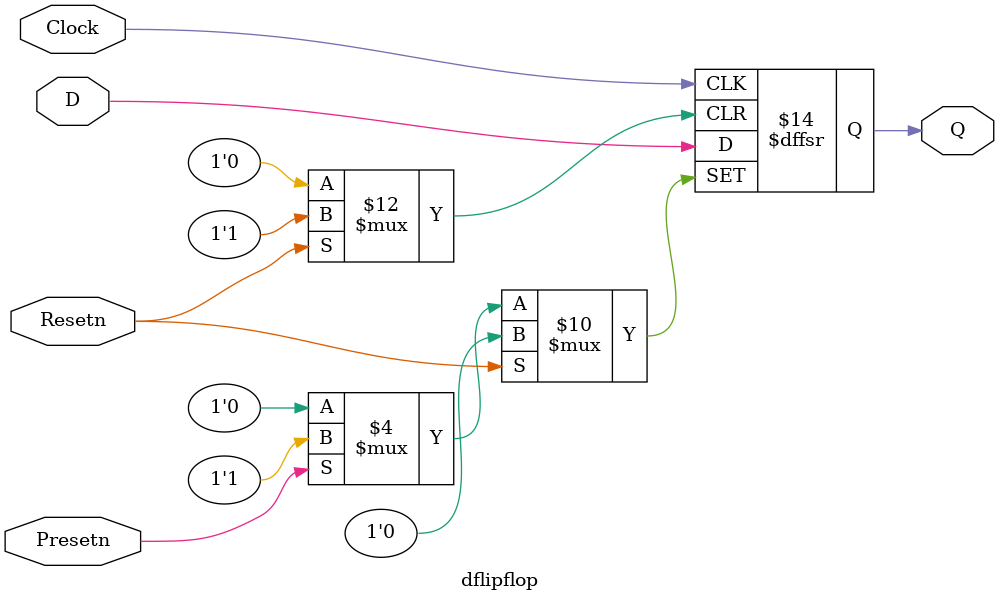
<source format=v>
module dflipflop(D,Clock,Resetn,Presetn,Q);
input D,Clock,Resetn,Presetn;
output reg Q;
always @(negedge Clock or posedge Resetn or posedge Presetn) 
begin
	if (Resetn) Q <= 1'b0;
	else if (Presetn) Q <= 1'b1;
	else Q <= D;
end
endmodule
</source>
